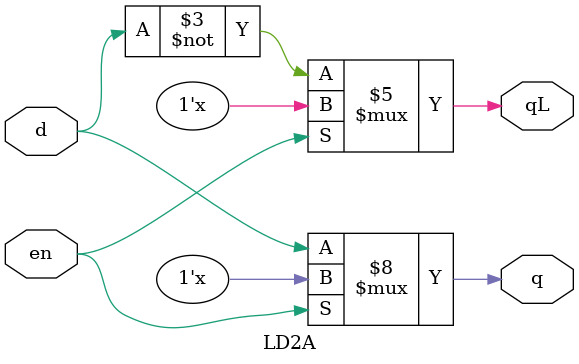
<source format=sv>
/* transparent latch - active low? */

module LD2A
(
    input d,
    input en,
    output reg q,
    output reg qL
);

always @(en or d)
begin
	if (~en) begin
        q = d;
        qL = ~d;
	end
end

endmodule

</source>
